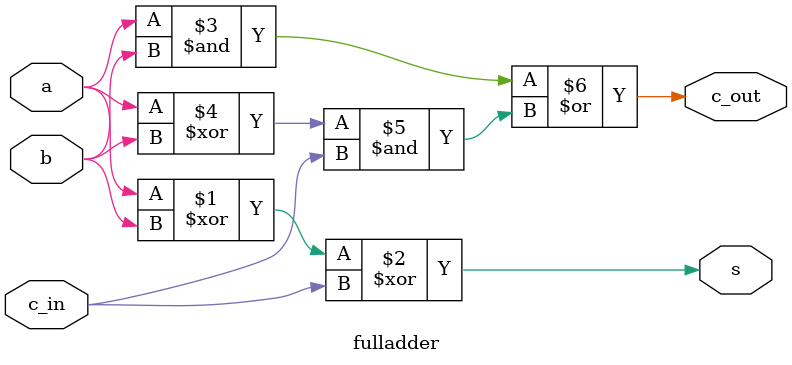
<source format=v>
module fulladder(
	input 	a,			// Operando 1
		b,			// Operando 2
		c_in,			// Acarreo de entrada
	output	s,			// Resultado
		c_out			// Acarreo de salida
);


assign s = a ^ b ^ c_in;							// Calculo de la suma de 2 bits
assign c_out = (a & b) | ((a ^ b) & c_in);	// Calculo acarreo de 2 bits

endmodule 

</source>
